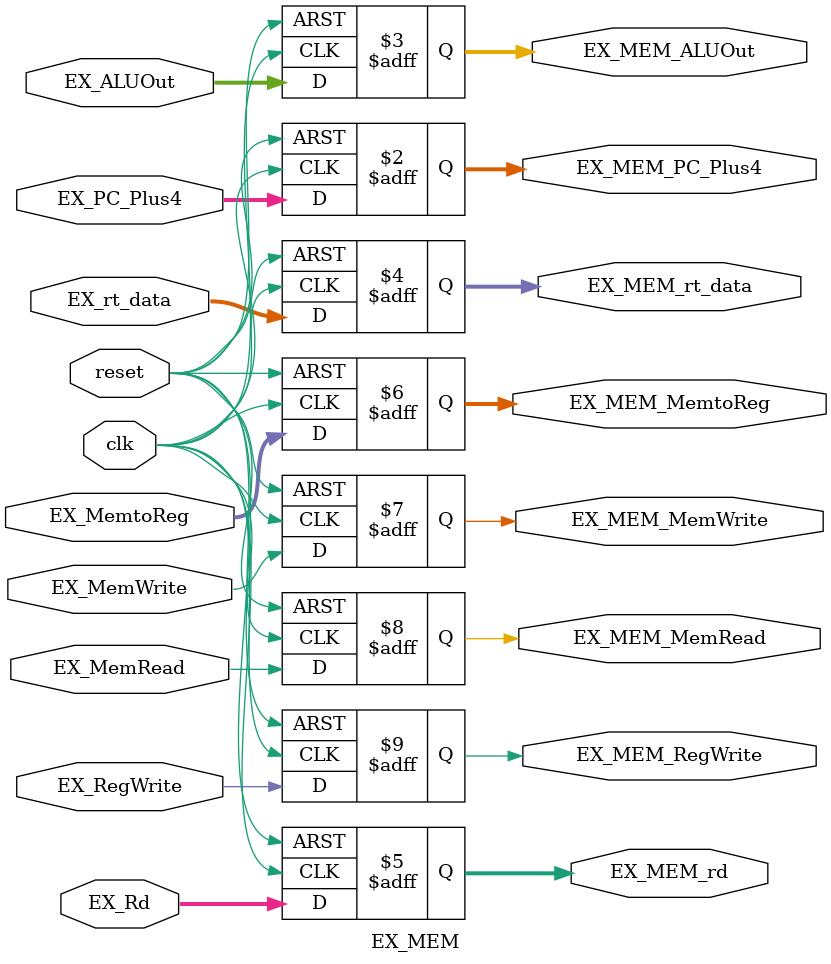
<source format=v>
module EX_MEM(
         clk,
         reset,
         EX_PC_Plus4,
         EX_ALUOut,
         EX_rt_data,
         EX_Rd,
         EX_MemWrite,
         EX_MemRead,
         EX_MemtoReg,
         EX_RegWrite,
         EX_MEM_PC_Plus4,
         EX_MEM_ALUOut,
         EX_MEM_rt_data,
         EX_MEM_rd,
         EX_MEM_MemtoReg,
         EX_MEM_MemWrite,
         EX_MEM_MemRead,
         EX_MEM_RegWrite
       );
input clk, reset;

input [31:0] EX_PC_Plus4, EX_ALUOut, EX_rt_data;
input [4: 0] EX_Rd;
input [1: 0] EX_MemtoReg;
input EX_MemWrite, EX_MemRead, EX_RegWrite;

output reg [31: 0] EX_MEM_PC_Plus4, EX_MEM_ALUOut, EX_MEM_rt_data;
output reg [4: 0] EX_MEM_rd;
output reg [1: 0] EX_MEM_MemtoReg;
output reg EX_MEM_MemWrite, EX_MEM_MemRead, EX_MEM_RegWrite;

always @(posedge clk or posedge reset)
  begin
    if (reset)
      begin
        EX_MEM_PC_Plus4 <= 32'h0;
        EX_MEM_ALUOut <= 32'h0;
        EX_MEM_rt_data <= 32'h0;
        EX_MEM_rd <= 5'h0;
        EX_MEM_MemtoReg <= 2'h0;
        EX_MEM_MemWrite <= 1'b0;
        EX_MEM_MemRead <= 1'b0;
        EX_MEM_RegWrite <= 1'b0;
      end
    else
      begin
        EX_MEM_PC_Plus4 <= EX_PC_Plus4;
        EX_MEM_ALUOut <= EX_ALUOut;
        EX_MEM_rt_data <= EX_rt_data;
        EX_MEM_rd <= EX_Rd;
        EX_MEM_MemtoReg <= EX_MemtoReg;
        EX_MEM_MemWrite <= EX_MemWrite;
        EX_MEM_MemRead <= EX_MemRead;
        EX_MEM_RegWrite <= EX_RegWrite;
      end
  end

endmodule
</source>
